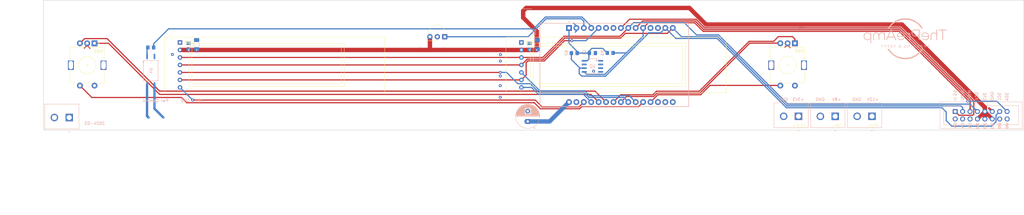
<source format=kicad_pcb>
(kicad_pcb (version 20240108) (generator "pcbnew") (generator_version "8.0")
  (layers (0 "F.Cu" signal) (31 "B.Cu" signal) (34 "B.Paste" user) (35 "F.Paste" user) (36 "B.SilkS" user "B.Silkscreen") (37 "F.SilkS" user "F.Silkscreen") (38 "B.Mask" user) (39 "F.Mask" user) (44 "Edge.Cuts" user))
  (net 0 "")
  (net 1 "GND")
  (net 2 "I2C:SCL")
  (net 3 "+3V3")
  (net 4 "SPI:MOSI")
  (net 5 "+8V")
  (net 6 "SPI:MISO")
  (net 7 "SPI:SCK")
  (net 8 "SW_1")
  (net 9 "CCW_1")
  (net 10 "CW_1")
  (net 11 "SW_2")
  (net 12 "CCW_2")
  (net 13 "CW_2")
  (net 14 "I2C:SDA")
  (net 15 "SPI:SS_DISPLAY_2")
  (net 16 "SPI:SS_DISPLAY_1")
  (net 17 "SPI:SS_MUSES")
  (net 18 "SPI:RESET_DISPLAY_2")
  (net 19 "SPI:DC")
  (net 20 "SPI:RESET_DISPLAY_1")
  (net 21 "IR RECV")
  (net 22 "Net-(U3-D2)")
  (net 30 "Net-(J2-Pad1)")
  (net 31 "Net-(J2-Pad2)")
  (net 32 "+3V3 ESP32")
  (net 33 "Net-(R1-Pad1)")
  (net 34 "+12V")
  (net 35 "+3.3V")
  (footprint "MountingHole:MountingHole_3.2mm_M3_ISO7380" (layer "F.Cu") (at 41.38 47.32 180)
    (property "Reference" " " (hide yes))
    (property "Value" " " (hide yes))
    (pad "" np_thru_hole circle (at 0 0 180) (size 3.2 3.2) (drill 3.2) (layers "F&B.Cu" "*.Mask"))
  )
  (footprint "MountingHole:MountingHole_3.2mm_M3_ISO7380" (layer "F.Cu") (at 255.39 47.32 180)
    (property "Reference" " " (hide yes))
    (property "Value" " " (hide yes))
    (pad "" np_thru_hole circle (at 0 0 180) (size 3.2 3.2) (drill 3.2) (layers "F&B.Cu" "*.Mask"))
  )
  (footprint "Rotary_Encoder:RotaryEncoder_Alps_EC11E-Switch_Vertical_H20mm" (layer "F.Cu") (at 30.89 57.1 -90)
    (property "Reference" "SW2" (at 2.73 -1.3 180) (layer "F.SilkS"))
    (property "Value" "RotaryEncoder_Switch")
    (pad "A" thru_hole rect (at 0 0 270) (size 2 2) (drill 1) (layers "*.Cu" "*.Mask") (net 12 "CCW_2"))
    (pad "B" thru_hole circle (at 0 5 270) (size 2 2) (drill 1) (layers "*.Cu" "*.Mask") (net 13 "CW_2"))
    (pad "C" thru_hole circle (at 0 2.5 270) (size 2 2) (drill 1) (layers "*.Cu" "*.Mask") (net 1 "GND"))
    (pad "MP" thru_hole rect (at 7.5 -3.1 270) (size 3.2 2) (drill oval 2.8 1.5) (layers "*.Cu" "*.Mask"))
    (pad "MP" thru_hole rect (at 7.5 8.1 270) (size 3.2 2) (drill oval 2.8 1.5) (layers "*.Cu" "*.Mask"))
    (pad "S1" thru_hole circle (at 14.5 5 270) (size 2 2) (drill 1) (layers "*.Cu" "*.Mask") (net 11 "SW_2"))
    (pad "S2" thru_hole circle (at 14.5 0 270) (size 2 2) (drill 1) (layers "*.Cu" "*.Mask") (net 1 "GND"))
  )
  (footprint "MountingHole:MountingHole_3.2mm_M3_ISO7380" (layer "F.Cu") (at 148.38 47.32 180)
    (property "Reference" " " (hide yes))
    (property "Value" " " (hide yes))
    (pad "" np_thru_hole circle (at 0 0 180) (size 3.2 3.2) (drill 3.2) (layers "F&B.Cu" "*.Mask"))
  )
  (footprint "OLED SPI 2.08:OLED SPI 2.08" (layer "F.Cu") (at 171.89 55.023336)
    (property "Reference" "J3" (hide yes))
    (property "Value" "SPI DISPLAY 1")
    (pad "1" thru_hole rect (at 5.3 1.8) (size 1.524 1.524) (drill 0.762) (layers "*.Cu" "*.Mask") (net 1 "GND"))
    (pad "2" thru_hole circle (at 5.3 4.366666) (size 1.524 1.524) (drill 0.762) (layers "*.Cu" "*.Mask") (net 3 "+3V3"))
    (pad "3" thru_hole circle (at 5.3 6.933332) (size 1.524 1.524) (drill 0.762) (layers "*.Cu" "*.Mask") (net 7 "SPI:SCK"))
    (pad "4" thru_hole circle (at 5.3 9.499998) (size 1.524 1.524) (drill 0.762) (layers "*.Cu" "*.Mask") (net 4 "SPI:MOSI"))
    (pad "5" thru_hole circle (at 5.3 12.066664) (size 1.524 1.524) (drill 0.762) (layers "*.Cu" "*.Mask") (net 20 "SPI:RESET_DISPLAY_1"))
    (pad "6" thru_hole circle (at 5.3 14.63333) (size 1.524 1.524) (drill 0.762) (layers "*.Cu" "*.Mask") (net 19 "SPI:DC"))
    (pad "7" thru_hole circle (at 5.3 17.2) (size 1.524 1.524) (drill 0.762) (layers "*.Cu" "*.Mask") (net 16 "SPI:SS_DISPLAY_1"))
  )
  (footprint "MountingHole:MountingHole_3.2mm_M3_ISO7380" (layer "F.Cu") (at 148.38 81.31 180)
    (property "Reference" " " (hide yes))
    (property "Value" " " (hide yes))
    (pad "" np_thru_hole circle (at 0 0 180) (size 3.2 3.2) (drill 3.2) (layers "F&B.Cu" "*.Mask"))
  )
  (footprint "OLED SPI 2.08:OLED SPI 2.08" (layer "F.Cu") (at 54.89 55.023336)
    (property "Reference" "J4" (hide yes))
    (property "Value" "SPI DISPLAY 2")
    (pad "1" thru_hole rect (at 5.3 1.8) (size 1.524 1.524) (drill 0.762) (layers "*.Cu" "*.Mask") (net 1 "GND"))
    (pad "2" thru_hole circle (at 5.3 4.366666) (size 1.524 1.524) (drill 0.762) (layers "*.Cu" "*.Mask") (net 3 "+3V3"))
    (pad "3" thru_hole circle (at 5.3 6.933332) (size 1.524 1.524) (drill 0.762) (layers "*.Cu" "*.Mask") (net 7 "SPI:SCK"))
    (pad "4" thru_hole circle (at 5.3 9.499998) (size 1.524 1.524) (drill 0.762) (layers "*.Cu" "*.Mask") (net 4 "SPI:MOSI"))
    (pad "5" thru_hole circle (at 5.3 12.066664) (size 1.524 1.524) (drill 0.762) (layers "*.Cu" "*.Mask") (net 18 "SPI:RESET_DISPLAY_2"))
    (pad "6" thru_hole circle (at 5.3 14.63333) (size 1.524 1.524) (drill 0.762) (layers "*.Cu" "*.Mask") (net 19 "SPI:DC"))
    (pad "7" thru_hole circle (at 5.3 17.2) (size 1.524 1.524) (drill 0.762) (layers "*.Cu" "*.Mask") (net 15 "SPI:SS_DISPLAY_2"))
  )
  (footprint "MountingHole:MountingHole_3.2mm_M3_ISO7380" (layer "F.Cu") (at 255.39 81.32 180)
    (property "Reference" " " (hide yes))
    (property "Value" " " (hide yes))
    (pad "" np_thru_hole circle (at 0 0 180) (size 3.2 3.2) (drill 3.2) (layers "*.Cu" "*.Mask"))
  )
  (footprint "Rotary_Encoder:RotaryEncoder_Alps_EC11E-Switch_Vertical_H20mm" (layer "F.Cu") (at 270.92 57.1 -90)
    (property "Reference" "SW1" (at 2.65 -1.53 180) (layer "F.SilkS"))
    (property "Value" "RotaryEncoder_Switch")
    (pad "A" thru_hole rect (at 0 0 270) (size 2 2) (drill 1) (layers "*.Cu" "*.Mask") (net 9 "CCW_1"))
    (pad "B" thru_hole circle (at 0 5 270) (size 2 2) (drill 1) (layers "*.Cu" "*.Mask") (net 10 "CW_1"))
    (pad "C" thru_hole circle (at 0 2.5 270) (size 2 2) (drill 1) (layers "*.Cu" "*.Mask") (net 1 "GND"))
    (pad "MP" thru_hole rect (at 7.5 -3.1 270) (size 3.2 2) (drill oval 2.8 1.5) (layers "*.Cu" "*.Mask"))
    (pad "MP" thru_hole rect (at 7.5 8.1 270) (size 3.2 2) (drill oval 2.8 1.5) (layers "*.Cu" "*.Mask"))
    (pad "S1" thru_hole circle (at 14.5 5 270) (size 2 2) (drill 1) (layers "*.Cu" "*.Mask") (net 8 "SW_1"))
    (pad "S2" thru_hole circle (at 14.5 0 270) (size 2 2) (drill 1) (layers "*.Cu" "*.Mask") (net 1 "GND"))
  )
  (footprint "MountingHole:MountingHole_3.2mm_M3_ISO7380" (layer "F.Cu") (at 41.39 81.32 180)
    (property "Reference" " " (hide yes))
    (property "Value" " " (hide yes))
    (pad "" np_thru_hole circle (at 0 0 180) (size 3.2 3.2) (drill 3.2) (layers "F&B.Cu" "*.Mask"))
  )
  (footprint "OptoDevice:Vishay_MOLD-3Pin" (layer "F.Cu") (at 150.92 54.86 180)
    (property "Reference" "U1" (hide yes))
    (property "Value" "TSOP34838")
    (pad "1" thru_hole roundrect (at 0 0 180) (size 1.8 1.8) (drill 0.9) (layers "*.Cu" "*.Mask") (roundrect_rratio 0.138) (net 21 "IR RECV"))
    (pad "2" thru_hole circle (at 2.54 0 180) (size 1.8 1.8) (drill 0.9) (layers "*.Cu" "*.Mask") (net 1 "GND"))
    (pad "3" thru_hole circle (at 5.08 0 180) (size 1.8 1.8) (drill 0.9) (layers "*.Cu" "*.Mask") (net 3 "+3V3"))
  )
  (footprint "APC_817B1_SL:APC-817xx-SL_AMB-M" (layer "B.Cu") (at 50.17 66.4841 -90)
    (property "Reference" "U4" (at 0 0 90) (layer "B.SilkS") (effects (justify mirror)))
    (property "Value" "APC-817B1-SL")
    (fp_text user "*" (at -2.9 2.21 90) (layer "B.SilkS") (effects (justify mirror)))
    (pad "1" smd rect (at -4.8641 1.27 270) (size 1.8288 0.5588) (layers "B.Cu" "B.Paste" "B.Mask") (net 33 "Net-(R1-Pad1)"))
    (pad "2" smd rect (at -4.8641 -1.27 270) (size 1.8288 0.5588) (layers "B.Cu" "B.Paste" "B.Mask") (net 1 "GND"))
    (pad "3" smd rect (at 4.8641 -1.27 270) (size 1.8288 0.5588) (layers "B.Cu" "B.Paste" "B.Mask") (net 30 "Net-(J2-Pad1)"))
    (pad "4" smd rect (at 4.8641 1.27 270) (size 1.8288 0.5588) (layers "B.Cu" "B.Paste" "B.Mask") (net 31 "Net-(J2-Pad2)"))
  )
  (footprint "THE_PREAMP_CONN_POWER_5_08:TBP01R2-508-02BK (VERT)" (layer "B.Cu") (at 284.73 82.14 180)
    (property "Reference" "J1" (hide yes))
    (property "Value" "8V")
    (pad "1" thru_hole rect (at 0 0 180) (size 2.55 2.55) (drill 1.7) (layers "*.Cu" "*.Mask") (net 5 "+8V"))
    (pad "2" thru_hole circle (at 5.08 0 180) (size 2.55 2.55) (drill 1.7) (layers "*.Cu" "*.Mask") (net 1 "GND"))
  )
  (footprint "Capacitor_SMD:C_1206_3216Metric_Pad1.33x1.80mm_HandSolder" (layer "B.Cu") (at 65.89 57.5425 90)
    (property "Reference" "C5" (hide yes))
    (property "Value" "22uF")
    (pad "1" smd roundrect (at -1.5625 0 90) (size 1.325 1.8) (layers "B.Cu" "B.Paste" "B.Mask") (roundrect_rratio 0.1886792453) (net 3 "+3V3"))
    (pad "2" smd roundrect (at 1.5625 0 90) (size 1.325 1.8) (layers "B.Cu" "B.Paste" "B.Mask") (roundrect_rratio 0.1886792453) (net 1 "GND"))
  )
  (footprint "Capacitor_SMD:C_0805_2012Metric_Pad1.18x1.45mm_HandSolder" (layer "B.Cu") (at 63.1 58.1425 90)
    (property "Reference" "C4" (hide yes))
    (property "Value" "100nF")
    (pad "1" smd roundrect (at -1.0375 0 90) (size 1.175 1.45) (layers "B.Cu" "B.Paste" "B.Mask") (roundrect_rratio 0.2127659574) (net 3 "+3V3"))
    (pad "2" smd roundrect (at 1.0375 0 90) (size 1.175 1.45) (layers "B.Cu" "B.Paste" "B.Mask") (roundrect_rratio 0.2127659574) (net 1 "GND"))
  )
  (footprint "Capacitor_SMD:C_0805_2012Metric_Pad1.18x1.45mm_HandSolder" (layer "B.Cu") (at 201.51 60.45)
    (property "Reference" "C1" (at -2.75 -0.08 90) (layer "B.SilkS") (effects (justify mirror)))
    (property "Value" "100nF")
    (pad "1" smd roundrect (at -1.0375 0) (size 1.175 1.45) (layers "B.Cu" "B.Paste" "B.Mask") (roundrect_rratio 0.2127659574) (net 32 "+3V3 ESP32"))
    (pad "2" smd roundrect (at 1.0375 0) (size 1.175 1.45) (layers "B.Cu" "B.Paste" "B.Mask") (roundrect_rratio 0.2127659574) (net 1 "GND"))
  )
  (footprint "Capacitor_SMD:C_1206_3216Metric_Pad1.33x1.80mm_HandSolder" (layer "B.Cu") (at 182.69 57.56 90)
    (property "Reference" "C3" (hide yes))
    (property "Value" "22uF")
    (pad "1" smd roundrect (at -1.5625 0 90) (size 1.325 1.8) (layers "B.Cu" "B.Paste" "B.Mask") (roundrect_rratio 0.1886792453) (net 3 "+3V3"))
    (pad "2" smd roundrect (at 1.5625 0 90) (size 1.325 1.8) (layers "B.Cu" "B.Paste" "B.Mask") (roundrect_rratio 0.1886792453) (net 1 "GND"))
  )
  (footprint "Resistor_SMD:R_0805_2012Metric_Pad1.20x1.40mm_HandSolder" (layer "B.Cu") (at 195.31 60.47)
    (property "Reference" "R2" (at -2.63 -0.1 -90) (layer "B.SilkS") (effects (justify mirror)))
    (property "Value" "2K2")
    (pad "1" smd roundrect (at -1 0) (size 1.2 1.4) (layers "B.Cu" "B.Paste" "B.Mask") (roundrect_rratio 0.208333) (net 2 "I2C:SCL"))
    (pad "2" smd roundrect (at 1 0) (size 1.2 1.4) (layers "B.Cu" "B.Paste" "B.Mask") (roundrect_rratio 0.208333) (net 32 "+3V3 ESP32"))
  )
  (footprint "Connector_IDC:IDC-Header_2x08_P2.54mm_Vertical" (layer "B.Cu") (at 325.86 80.49 -90)
    (property "Reference" "J5" (hide yes))
    (property "Value" "Digital Out")
    (pad "1" thru_hole roundrect (at 0 0 270) (size 1.7 1.7) (drill 1) (layers "*.Cu" "*.Mask") (roundrect_rratio 0.1470588235) (net 17 "SPI:SS_MUSES"))
    (pad "2" thru_hole circle (at 2.54 0 270) (size 1.7 1.7) (drill 1) (layers "*.Cu" "*.Mask") (net 34 "+12V"))
    (pad "3" thru_hole circle (at 0 -2.54 270) (size 1.7 1.7) (drill 1) (layers "*.Cu" "*.Mask") (net 4 "SPI:MOSI"))
    (pad "4" thru_hole circle (at 2.54 -2.54 270) (size 1.7 1.7) (drill 1) (layers "*.Cu" "*.Mask") (net 34 "+12V"))
    (pad "5" thru_hole circle (at 0 -5.08 270) (size 1.7 1.7) (drill 1) (layers "*.Cu" "*.Mask") (net 6 "SPI:MISO"))
    (pad "6" thru_hole circle (at 2.54 -5.08 270) (size 1.7 1.7) (drill 1) (layers "*.Cu" "*.Mask") (net 34 "+12V"))
    (pad "7" thru_hole circle (at 0 -7.62 270) (size 1.7 1.7) (drill 1) (layers "*.Cu" "*.Mask") (net 7 "SPI:SCK"))
    (pad "8" thru_hole circle (at 2.54 -7.62 270) (size 1.7 1.7) (drill 1) (layers "*.Cu" "*.Mask") (net 3 "+3V3"))
    (pad "9" thru_hole circle (at 0 -10.16 270) (size 1.7 1.7) (drill 1) (layers "*.Cu" "*.Mask") (net 3 "+3V3"))
    (pad "10" thru_hole circle (at 2.54 -10.16 270) (size 1.7 1.7) (drill 1) (layers "*.Cu" "*.Mask") (net 3 "+3V3"))
    (pad "11" thru_hole circle (at 0 -12.7 270) (size 1.7 1.7) (drill 1) (layers "*.Cu" "*.Mask") (net 1 "GND"))
    (pad "12" thru_hole circle (at 2.54 -12.7 270) (size 1.7 1.7) (drill 1) (layers "*.Cu" "*.Mask") (net 3 "+3V3"))
    (pad "13" thru_hole circle (at 0 -15.24 270) (size 1.7 1.7) (drill 1) (layers "*.Cu" "*.Mask") (net 2 "I2C:SCL"))
    (pad "14" thru_hole circle (at 2.54 -15.24 270) (size 1.7 1.7) (drill 1) (layers "*.Cu" "*.Mask") (net 1 "GND"))
    (pad "15" thru_hole circle (at 0 -17.78 270) (size 1.7 1.7) (drill 1) (layers "*.Cu" "*.Mask") (net 14 "I2C:SDA"))
    (pad "16" thru_hole circle (at 2.54 -17.78 270) (size 1.7 1.7) (drill 1) (layers "*.Cu" "*.Mask") (net 1 "GND"))
  )
  (footprint "The PreAmp logo:The PreAmp logo" (layer "B.Cu") (at 308.74 55.59 180)
    (property "Reference" "G***" (hide yes))
    (property "Value" "LOGO" (hide yes))
  )
  (footprint "THE_PREAMP_CONN_POWER_5_08:TBP01R2-508-02BK (VERT)" (layer "B.Cu") (at 272.15 82.1275 180)
    (property "Reference" "J6" (hide yes))
    (property "Value" "3.3V (Opt)")
    (pad "1" thru_hole rect (at 0 0 180) (size 2.55 2.55) (drill 1.7) (layers "*.Cu" "*.Mask") (net 35 "+3.3V"))
    (pad "2" thru_hole circle (at 5.08 0 180) (size 2.55 2.55) (drill 1.7) (layers "*.Cu" "*.Mask") (net 1 "GND"))
  )
  (footprint "THE_PREAMP_CONN_POWER_5_08:TBP01R2-508-02BK (VERT)" (layer "B.Cu") (at 297.33 82.1275 180)
    (property "Reference" "J8" (hide yes))
    (property "Value" "12V")
    (pad "1" thru_hole rect (at 0 0 180) (size 2.55 2.55) (drill 1.7) (layers "*.Cu" "*.Mask") (net 34 "+12V"))
    (pad "2" thru_hole circle (at 5.08 0 180) (size 2.55 2.55) (drill 1.7) (layers "*.Cu" "*.Mask") (net 1 "GND"))
  )
  (footprint "Capacitor_THT:CP_Radial_D8.0mm_P3.50mm" (layer "B.Cu") (at 179.357349 83.882651 90)
    (property "Reference" "C6" (hide yes))
    (property "Value" "100uF")
    (pad "1" thru_hole rect (at 0 0 90) (size 1.6 1.6) (drill 0.8) (layers "*.Cu" "*.Mask") (net 5 "+8V"))
    (pad "2" thru_hole circle (at 3.5 0 90) (size 1.6 1.6) (drill 0.8) (layers "*.Cu" "*.Mask") (net 1 "GND"))
  )
  (footprint "Resistor_SMD:R_0805_2012Metric_Pad1.20x1.40mm_HandSolder" (layer "B.Cu") (at 207.62 60.41 180)
    (property "Reference" "R3" (at 2.62 0.06 90) (layer "B.SilkS") (effects (justify mirror)))
    (property "Value" "2K2")
    (pad "1" smd roundrect (at -1 0 180) (size 1.2 1.4) (layers "B.Cu" "B.Paste" "B.Mask") (roundrect_rratio 0.208333) (net 14 "I2C:SDA"))
    (pad "2" smd roundrect (at 1 0 180) (size 1.2 1.4) (layers "B.Cu" "B.Paste" "B.Mask") (roundrect_rratio 0.208333) (net 32 "+3V3 ESP32"))
  )
  (footprint "Capacitor_SMD:C_0805_2012Metric_Pad1.18x1.45mm_HandSolder" (layer "B.Cu") (at 179.97 58.16 90)
    (property "Reference" "C2" (hide yes))
    (property "Value" "100nF")
    (pad "1" smd roundrect (at -1.0375 0 90) (size 1.175 1.45) (layers "B.Cu" "B.Paste" "B.Mask") (roundrect_rratio 0.2127659574) (net 3 "+3V3"))
    (pad "2" smd roundrect (at 1.0375 0 90) (size 1.175 1.45) (layers "B.Cu" "B.Paste" "B.Mask") (roundrect_rratio 0.2127659574) (net 1 "GND"))
  )
  (footprint "footprints:SOIC8_ONS-M" (layer "B.Cu") (at 201.53 64.99 180)
    (property "Reference" "U2" (at 0 0 0) (layer "B.SilkS") (effects (justify mirror)))
    (property "Value" "CAT24C64WI-GT3")
    (fp_text user "*" (at -1.4 1.7 0) (layer "B.SilkS") (effects (justify mirror)))
    (fp_text user "*" (at -1.4 1.7 0) (layer "B.SilkS") (effects (justify mirror)))
    (pad "1" smd rect (at -2.8067 1.905 180) (size 1.7018 0.5588) (layers "B.Cu" "B.Paste" "B.Mask") (net 1 "GND"))
    (pad "2" smd rect (at -2.8067 0.635 180) (size 1.7018 0.5588) (layers "B.Cu" "B.Paste" "B.Mask") (net 1 "GND"))
    (pad "3" smd rect (at -2.8067 -0.635 180) (size 1.7018 0.5588) (layers "B.Cu" "B.Paste" "B.Mask") (net 1 "GND"))
    (pad "4" smd rect (at -2.8067 -1.905 180) (size 1.7018 0.5588) (layers "B.Cu" "B.Paste" "B.Mask") (net 1 "GND"))
    (pad "5" smd rect (at 2.8067 -1.905 180) (size 1.7018 0.5588) (layers "B.Cu" "B.Paste" "B.Mask") (net 14 "I2C:SDA"))
    (pad "6" smd rect (at 2.8067 -0.635 180) (size 1.7018 0.5588) (layers "B.Cu" "B.Paste" "B.Mask") (net 2 "I2C:SCL"))
    (pad "7" smd rect (at 2.8067 0.635 180) (size 1.7018 0.5588) (layers "B.Cu" "B.Paste" "B.Mask") (net 1 "GND"))
    (pad "8" smd rect (at 2.8067 1.905 180) (size 1.7018 0.5588) (layers "B.Cu" "B.Paste" "B.Mask") (net 32 "+3V3 ESP32"))
  )
  (footprint "ESP32FP:MODULE_ESP32_DEVKIT_V1" (layer "B.Cu") (at 209.015 64.55 -90)
    (property "Reference" "U3" (at -11.355 27.36 -90) (layer "B.SilkS") (effects (justify mirror)))
    (property "Value" "ESP32-DEVKIT-V1")
    (pad "" np_thru_hole circle (at -12.28 -23.475 270) (size 3 3) (drill 3) (layers "*.Cu" "*.Mask"))
    (pad "" np_thru_hole circle (at -12.28 23.475 270) (size 3 3) (drill 3) (layers "*.Cu" "*.Mask"))
    (pad "" np_thru_hole circle (at 12.23 -23.475 270) (size 3 3) (drill 3) (layers "*.Cu" "*.Mask"))
    (pad "" np_thru_hole circle (at 12.23 23.475 270) (size 3 3) (drill 3) (layers "*.Cu" "*.Mask"))
    (pad "1" thru_hole rect (at -12.7 15.515 270) (size 2 2) (drill 1.02) (layers "*.Cu" "*.Mask") (net 32 "+3V3 ESP32"))
    (pad "2" thru_hole circle (at -12.7 12.975 270) (size 2 2) (drill 1.02) (layers "*.Cu" "*.Mask") (net 1 "GND"))
    (pad "3" thru_hole circle (at -12.7 10.435 270) (size 2 2) (drill 1.02) (layers "*.Cu" "*.Mask") (net 21 "IR RECV"))
    (pad "4" thru_hole circle (at -12.7 7.895 270) (size 2 2) (drill 1.02) (layers "*.Cu" "*.Mask") (net 22 "Net-(U3-D2)"))
    (pad "5" thru_hole circle (at -12.7 5.355 270) (size 2 2) (drill 1.02) (layers "*.Cu" "*.Mask") (net 19 "SPI:DC"))
    (pad "6" thru_hole circle (at -12.7 2.815 270) (size 2 2) (drill 1.02) (layers "*.Cu" "*.Mask"))
    (pad "7" thru_hole circle (at -12.7 0.275 270) (size 2 2) (drill 1.02) (layers "*.Cu" "*.Mask"))
    (pad "8" thru_hole circle (at -12.7 -2.265 270) (size 2 2) (drill 1.02) (layers "*.Cu" "*.Mask") (net 17 "SPI:SS_MUSES"))
    (pad "9" thru_hole circle (at -12.7 -4.805 270) (size 2 2) (drill 1.02) (layers "*.Cu" "*.Mask") (net 7 "SPI:SCK"))
    (pad "10" thru_hole circle (at -12.7 -7.345 270) (size 2 2) (drill 1.02) (layers "*.Cu" "*.Mask") (net 6 "SPI:MISO"))
    (pad "11" thru_hole circle (at -12.7 -9.885 270) (size 2 2) (drill 1.02) (layers "*.Cu" "*.Mask") (net 14 "I2C:SDA"))
    (pad "12" thru_hole circle (at -12.7 -12.425 270) (size 2 2) (drill 1.02) (layers "*.Cu" "*.Mask"))
    (pad "13" thru_hole circle (at -12.7 -14.965 270) (size 2 2) (drill 1.02) (layers "*.Cu" "*.Mask"))
    (pad "14" thru_hole circle (at -12.7 -17.505 270) (size 2 2) (drill 1.02) (layers "*.Cu" "*.Mask") (net 2 "I2C:SCL"))
    (pad "15" thru_hole circle (at -12.7 -20.045 270) (size 2 2) (drill 1.02) (layers "*.Cu" "*.Mask") (net 4 "SPI:MOSI"))
    (pad "16" thru_hole circle (at 12.7 -20.045 270) (size 2 2) (drill 1.02) (layers "*.Cu" "*.Mask"))
    (pad "17" thru_hole circle (at 12.7 -17.505 270) (size 2 2) (drill 1.02) (layers "*.Cu" "*.Mask"))
    (pad "18" thru_hole circle (at 12.7 -14.965 270) (size 2 2) (drill 1.02) (layers "*.Cu" "*.Mask"))
    (pad "19" thru_hole circle (at 12.7 -12.425 270) (size 2 2) (drill 1.02) (layers "*.Cu" "*.Mask") (net 8 "SW_1"))
    (pad "20" thru_hole circle (at 12.7 -9.885 270) (size 2 2) (drill 1.02) (layers "*.Cu" "*.Mask") (net 11 "SW_2"))
    (pad "21" thru_hole circle (at 12.7 -7.345 270) (size 2 2) (drill 1.02) (layers "*.Cu" "*.Mask") (net 20 "SPI:RESET_DISPLAY_1"))
    (pad "22" thru_hole circle (at 12.7 -4.805 270) (size 2 2) (drill 1.02) (layers "*.Cu" "*.Mask") (net 18 "SPI:RESET_DISPLAY_2"))
    (pad "23" thru_hole circle (at 12.7 -2.265 270) (size 2 2) (drill 1.02) (layers "*.Cu" "*.Mask") (net 10 "CW_1"))
    (pad "24" thru_hole circle (at 12.7 0.275 270) (size 2 2) (drill 1.02) (layers "*.Cu" "*.Mask") (net 9 "CCW_1"))
    (pad "25" thru_hole circle (at 12.7 2.815 270) (size 2 2) (drill 1.02) (layers "*.Cu" "*.Mask") (net 13 "CW_2"))
    (pad "26" thru_hole circle (at 12.7 5.355 270) (size 2 2) (drill 1.02) (layers "*.Cu" "*.Mask") (net 12 "CCW_2"))
    (pad "27" thru_hole circle (at 12.7 7.895 270) (size 2 2) (drill 1.02) (layers "*.Cu" "*.Mask") (net 16 "SPI:SS_DISPLAY_1"))
    (pad "28" thru_hole circle (at 12.7 10.435 270) (size 2 2) (drill 1.02) (layers "*.Cu" "*.Mask") (net 15 "SPI:SS_DISPLAY_2"))
    (pad "29" thru_hole circle (at 12.7 12.975 270) (size 2 2) (drill 1.02) (layers "*.Cu" "*.Mask") (net 1 "GND"))
    (pad "30" thru_hole circle (at 12.7 15.515 270) (size 2 2) (drill 1.02) (layers "*.Cu" "*.Mask") (net 5 "+8V"))
  )
  (footprint "THE_PREAMP_CONN_POWER_5_08:TBP01R2-508-02BK (VERT)" (layer "B.Cu") (at 22.23 82.54 180)
    (property "Reference" "J2" (hide yes))
    (property "Value" "Power relay trigger")
    (pad "1" thru_hole rect (at 0 0 180) (size 2.55 2.55) (drill 1.7) (layers "*.Cu" "*.Mask") (net 30 "Net-(J2-Pad1)"))
    (pad "2" thru_hole circle (at 5.08 0 180) (size 2.55 2.55) (drill 1.7) (layers "*.Cu" "*.Mask") (net 31 "Net-(J2-Pad2)"))
  )
  (footprint "Resistor_SMD:R_0805_2012Metric_Pad1.20x1.40mm_HandSolder" (layer "B.Cu") (at 50.17 58.54)
    (property "Reference" "R1" (hide yes))
    (property "Value" "330R")
    (pad "1" smd roundrect (at -1 0) (size 1.2 1.4) (layers "B.Cu" "B.Paste" "B.Mask") (roundrect_rratio 0.2083333333) (net 33 "Net-(R1-Pad1)"))
    (pad "2" smd roundrect (at 1 0) (size 1.2 1.4) (layers "B.Cu" "B.Paste" "B.Mask") (roundrect_rratio 0.2083333333) (net 22 "Net-(U3-D2)"))
  )
  (gr_line (start 180.72 45.29) (end 177.79 45.29) (stroke (width 0.15)) (layer "B.SilkS"))
  (gr_rect (start 13.43 42.34) (end 349.38 86.84) (stroke (width 0.15)) (fill none) (layer "Edge.Cuts"))
  (gr_text "SCK" (at 333.8922 73.697143 90) (layer "B.SilkS") (effects (font (size 1 1)) (justify left bottom mirror)))
  (gr_text "GND" (at 341.51 84.19 90) (layer "B.SilkS") (effects (font (size 0.8 0.7)) (justify left bottom mirror)))
  (gr_text "GND" (at 339.1176 73.591905 90) (layer "B.SilkS") (effects (font (size 1 1)) (justify left bottom mirror)))
  (gr_text "GND" (at 344.08 84.19 90) (layer "B.SilkS") (effects (font (size 0.8 0.7)) (justify left bottom mirror)))
  (gr_text "Pwr Control" (at 56.37 77.32 0) (layer "B.SilkS") (effects (font (size 1 1)) (justify left bottom mirror)))
  (gr_text "+3V3" (at 274.24 76.94 0) (layer "B.SilkS") (effects (font (size 1 1)) (justify left bottom mirror)))
  (gr_text "GND" (at 268.63 76.94 0) (layer "B.SilkS") (effects (font (size 1 1)) (justify left bottom mirror)))
  (gr_text "GND" (at 293.73 76.94 0) (layer "B.SilkS") (effects (font (size 1 1)) (justify left bottom mirror)))
  (gr_text "3V3" (at 336.61 73.84 90) (layer "B.SilkS") (effects (font (size 1 1)) (justify left bottom mirror)))
  (gr_text "MISO" (at 331.3268 73.030477 90) (layer "B.SilkS") (effects (font (size 1 1)) (justify left bottom mirror)))
  (gr_text "SS" (at 326.46 73.05 90) (layer "B.SilkS") (effects (font (size 1 1)) (justify left bottom mirror)))
  (gr_text "+8V" (at 286.83 76.94 0) (layer "B.SilkS") (effects (font (size 1 1)) (justify left bottom mirror)))
  (gr_text "SDA" (at 344.17 73.91 90) (layer "B.SilkS") (effects (font (size 1 1)) (justify left bottom mirror)))
  (gr_text "+8V" (at 68.73 77.35 0) (layer "B.SilkS") (effects (font (size 1 1)) (justify left bottom mirror)))
  (gr_text "MOSI" (at 328.99 73.030477 90) (layer "B.SilkS") (effects (font (size 1 1)) (justify left bottom mirror)))
  (gr_text "SCL" (at 341.6068 73.877619 90) (layer "B.SilkS") (effects (font (size 1 1)) (justify left bottom mirror)))
  (gr_text "2024-03 " (at 34.53 85.12 0) (layer "B.SilkS") (effects (font (size 1 1)) (justify left bottom mirror)))
  (gr_text "+12V" (at 299.73 76.94 0) (layer "B.SilkS") (effects (font (size 1 1)) (justify left bottom mirror)))
  (gr_text "12V" (at 328.8 84.19 90) (layer "B.SilkS") (effects (font (size 0.8 0.7)) (justify left bottom mirror)))
  (gr_text "3V3" (at 334.03 84.19 90) (layer "B.SilkS") (effects (font (size 0.8 0.8)) (justify left bottom mirror)))
  (gr_text "12V" (at 331.41 84.19 90) (layer "B.SilkS") (effects (font (size 0.8 0.7)) (justify left bottom mirror)))
  (gr_text "12V" (at 326.29 84.19 90) (layer "B.SilkS") (effects (font (size 0.8 0.7)) (justify left bottom mirror)))
  (gr_text "GND" (at 281.22 76.94 0) (layer "B.SilkS") (effects (font (size 1 1)) (justify left bottom mirror)))
  (gr_text "3V3" (at 339.14 84.21 90) (layer "B.SilkS") (effects (font (size 0.8 0.8)) (justify left bottom mirror)))
  (gr_text "3V3" (at 336.55 84.21 90) (layer "B.SilkS") (effects (font (size 0.8 0.8)) (justify left bottom mirror)))
  (gr_text "GND" (at 63.6 77.35 0) (layer "B.SilkS") (effects (font (size 1 1)) (justify left bottom mirror)))
  (gr_text "+3.3V" (at 270.09 85.8375 0) (layer "F.SilkS") (effects (font (size 1 1) (thickness 0.1)) (justify left bottom)))
  (gr_text "+12V" (at 295.59 85.8375 0) (layer "F.SilkS") (effects (font (size 1 1) (thickness 0.1)) (justify left bottom)))
  (gr_text "GND" (at 61.66 57.4 -0) (layer "F.SilkS") (effects (font (size 1 1)) (justify left bottom)))
  (gr_text "+8V" (at 283.59 85.8375 0) (layer "F.SilkS") (effects (font (size 1 1) (thickness 0.1)) (justify left bottom)))
  (gr_text "GND" (at 178.44 57.4 -0) (layer "F.SilkS") (effects (font (size 1 1)) (justify left bottom)))
  (segment (start 268.42 57.73) (end 269.31 58.62) (width 0.4) (layer "F.Cu") (net 1))
  (segment (start 268.42 57.04) (end 268.42 57.75) (width 0.4) (layer "F.Cu") (net 1))
  (segment (start 268.42 57.04) (end 268.42 57.54) (width 0.4) (layer "F.Cu") (net 1))
  (segment (start 268.42 57.73) (end 268.42 57.04) (width 0.4) (layer "F.Cu") (net 1))
  (segment (start 28.39 57.89) (end 28.39 57.1) (width 0.4) (layer "F.Cu") (net 1))
  (segment (start 28.39 57.78) (end 27.4 58.77) (width 0.4) (layer "F.Cu") (net 1))
  (segment (start 338.57 80.49) (end 337.49 79.41) (width 0.8) (layer "F.Cu") (net 1))
  (segment (start 28.39 57.89) (end 29.32 58.82) (width 0.4) (layer "F.Cu") (net 1))
  (segment (start 268.42 57.54) (end 267.46 58.5) (width 0.4) (layer "F.Cu") (net 1))
  (segment (start 28.39 57.1) (end 28.39 57.78) (width 0.4) (layer "F.Cu") (net 1))
  (via (at 169.96 68.3) (size 1) (drill 0.4) (layers "F.Cu" "B.Cu") (net 1))
  (via (at 169.95 75.61) (size 1) (drill 0.4) (layers "F.Cu" "B.Cu") (net 1))
  (via (at 169.99 60.99) (size 1) (drill 0.4) (layers "F.Cu" "B.Cu") (net 1))
  (via (at 201.94 66.65) (size 1) (drill 0.4) (layers "F.Cu" "B.Cu") (net 1))
  (via (at 169.94 71.62) (size 1) (drill 0.4) (layers "F.Cu" "B.Cu") (net 1))
  (via (at 57.6 60.93) (size 1) (drill 0.4) (layers "F.Cu" "B.Cu") (net 1))
  (via (at 169.98 63.2) (size 1) (drill 0.4) (layers "F.Cu" "B.Cu") (net 1))
  (segment (start 196.04 52.92) (end 195.655 53.305) (width 0.4) (layer "B.Cu") (net 1))
  (segment (start 196.04 51.85) (end 196.04 52.92) (width 0.4) (layer "B.Cu") (net 1))
  (segment (start 196.04 51.85) (end 196.04 51.18) (width 0.4) (layer "B.Cu") (net 1))
  (segment (start 196.04 51.18) (end 195.06 50.2) (width 0.4) (layer "B.Cu") (net 1))
  (segment (start 196.04 51.85) (end 196.04 52.5) (width 0.4) (layer "B.Cu") (net 1))
  (segment (start 197.275 65.625) (end 194.31 62.66) (width 0.4) (layer "B.Cu") (net 2))
  (segment (start 338.31 85.5) (end 324.68 85.5) (width 0.4) (layer "B.Cu") (net 2))
  (segment (start 197 67.48) (end 197.865 68.345) (width 0.4) (layer "B.Cu") (net 2))
  (segment (start 341.11 80.49) (end 339.84 81.76) (width 0.4) (layer "B.Cu") (net 2))
  (segment (start 224.87 53.5) (end 226.52 51.85) (width 0.4) (layer "B.Cu") (net 2))
  (segment (start 197 65.9) (end 197 67.48) (width 0.4) (layer "B.Cu") (net 2))
  (segment (start 339.84 83.97) (end 338.31 85.5) (width 0.4) (layer "B.Cu") (net 2))
  (segment (start 324.68 85.5) (end 322.78 83.6) (width 0.4) (layer "B.Cu") (net 2))
  (segment (start 197.865 68.345) (end 206.043528 68.345) (width 0.4) (layer "B.Cu") (net 2))
  (segment (start 197.275 65.625) (end 198.8249 65.625) (width 0.4) (layer "B.Cu") (net 2))
  (segment (start 267.985 79.165) (end 244.26 55.44) (width 0.4) (layer "B.Cu") (net 2))
  (segment (start 197.275 65.625) (end 197 65.9) (width 0.4) (layer "B.Cu") (net 2))
  (segment (start 206.043528 68.345) (end 220.888528 53.5) (width 0.4) (layer "B.Cu") (net 2))
  (segment (start 230.11 55.44) (end 226.52 51.85) (width 0.4) (layer "B.Cu") (net 2))
  (segment (start 194.31 62.66) (end 194.31 60.47) (width 0.4) (layer "B.Cu") (net 2))
  (segment (start 220.888528 53.5) (end 224.87 53.5) (width 0.4) (layer "B.Cu") (net 2))
  (segment (start 321.28 79.165) (end 267.985 79.165) (width 0.4) (layer "B.Cu") (net 2))
  (segment (start 322.78 83.6) (end 322.78 80.665) (width 0.4) (layer "B.Cu") (net 2))
  (segment (start 322.78 80.665) (end 321.28 79.165) (width 0.4) (layer "B.Cu") (net 2))
  (segment (start 244.26 55.44) (end 230.11 55.44) (width 0.4) (layer "B.Cu") (net 2))
  (segment (start 197.03 65.87) (end 197.275 65.625) (width 0.4) (layer "B.Cu") (net 2))
  (segment (start 339.84 81.76) (end 339.84 83.97) (width 0.4) (layer "B.Cu") (net 2))
  (segment (start 182.445 52.958516) (end 177.79 48.303516) (width 1.5) (layer "F.Cu") (net 3))
  (segment (start 142.619998 59.390002) (end 66.030002 59.390002) (width 1.5) (layer "F.Cu") (net 3))
  (segment (start 336.03 80.49) (end 333.49 83.03) (width 1.3) (layer "F.Cu") (net 3))
  (segment (start 234.773334 44.99) (end 240.453334 50.67) (width 1.5) (layer "F.Cu") (net 3))
  (segment (start 181.670002 59.390002) (end 177.19 59.390002) (width 1.5) (layer "F.Cu") (net 3))
  (segment (start 181.68 59.4) (end 181.670002 59.390002) (width 1.5) (layer "F.Cu") (net 3))
  (segment (start 307.63193 50.67) (end 336.03 79.06807) (width 1.5) (layer "F.Cu") (net 3))
  (segment (start 338.57 83.03) (end 336.03 80.49) (width 1.3) (layer "F.Cu") (net 3))
  (segment (start 145.84 54.86) (end 145.84 59.320002) (width 1.5) (layer "F.Cu") (net 3))
  (segment (start 163.7 59.390002) (end 150.79 59.390002) (width 1.5) (layer "F.Cu") (net 3))
  (segment (start 62.879998 59.390002) (end 60.19 59.390002) (width 1.5) (layer "F.Cu") (net 3))
  (segment (start 66.030002 59.390002) (end 65.88 59.24) (width 1.5) (layer "F.Cu") (net 3))
  (segment (start 145.91 59.390002) (end 150.79 59.390002) (width 1.5) (layer "F.Cu") (net 3))
  (segment (start 182.445 59.4) (end 182.445 52.958516) (width 1.5) (layer "F.Cu") (net 3))
  (segment (start 63.09 59.18) (end 62.879998 59.390002) (width 1.5) (layer "F.Cu") (net 3))
  (segment (start 177.79 46.02) (end 178.82 44.99) (width 1.5) (layer "F.Cu") (net 3))
  (segment (start 60.042502 59.5375) (end 60.19 59.390002) (width 0.4) (layer "F.Cu") (net 3))
  (segment (start 60.542498 59.7425) (end 60.19 59.390002) (width 0.4) (layer "F.Cu") (net 3))
  (segment (start 63.300002 59.390002) (end 63.09 59.18) (width 1.5) (layer "F.Cu") (net 3))
  (segment (start 336.03 79.06807) (end 336.03 80.49) (width 1.5) (layer "F.Cu") (net 3))
  (segment (start 178.82 44.99) (end 234.773334 44.99) (width 1.5) (layer "F.Cu") (net 3))
  (segment (start 240.453334 50.67) (end 273.93193 50.67) (width 1.5) (layer "F.Cu") (net 3))
  (segment (start 273.93193 50.67) (end 307.63193 50.67) (width 1.5) (layer "F.Cu") (net 3))
  (segment (start 65.88 59.24) (end 65.729998 59.390002) (width 1.5) (layer "F.Cu") (net 3))
  (segment (start 177.79 47.35) (end 177.79 46.02) (width 1.5) (layer "F.Cu") (net 3))
  (segment (start 336.03 83.03) (end 336.03 80.49) (width 1.5) (layer "F.Cu") (net 3))
  (segment (start 182.445 59.4) (end 181.68 59.4) (width 1.5) (layer "F.Cu") (net 3))
  (segment (start 65.729998 59.390002) (end 63.300002 59.390002) (width 1.5) (layer "F.Cu") (net 3))
  (segment (start 177.79 47.35) (end 177.79 48.303516) (width 1.5) (layer "F.Cu") (net 3))
  (segment (start 142.619998 59.390002) (end 145.91 59.390002) (width 1.5) (layer "F.Cu") (net 3))
  (segment (start 177.19 59.390002) (end 163.7 59.390002) (width 1.5) (layer "F.Cu") (net 3))
  (via (at 182.445 59.4) (size 1) (drill 0.4) (layers "F.Cu" "B.Cu") (net 3))
  (via (at 63.12 59.42) (size 1) (drill 0.4) (layers "F.Cu" "B.Cu") (net 3))
  (via (at 179.95 59.390002) (size 1) (drill 0.4) (layers "F.Cu" "B.Cu") (net 3))
  (via (at 65.91 59.43) (size 1) (drill 0.4) (layers "F.Cu" "B.Cu") (net 3))
  (segment (start 212.818528 53.7) (end 227.21 53.7) (width 0.4) (layer "F.Cu") (net 4))
  (segment (start 184.77323 62.556668) (end 192.029898 55.3) (width 0.4) (layer "F.Cu") (net 4))
  (segment (start 177.19 64.523334) (end 179.156666 62.556668) (width 0.4) (layer "F.Cu") (net 4))
  (segment (start 227.21 53.7) (end 229.06 51.85) (width 0.4) (layer "F.Cu") (net 4))
  (segment (start 177.19 64.523334) (end 60.19 64.523334) (width 0.4) (layer "F.Cu") (net 4))
  (segment (start 179.156666 62.556668) (end 184.77323 62.556668) (width 0.4) (layer "F.Cu") (net 4))
  (segment (start 211.218528 55.3) (end 212.818528 53.7) (width 0.4) (layer "F.Cu") (net 4))
  (segment (start 192.029898 55.3) (end 211.218528 55.3) (width 0.4) (layer "F.Cu") (net 4))
  (segment (start 244.508528 54.84) (end 268.213528 78.545) (width 0.4) (layer "B.Cu") (net 4))
  (segment (start 328.41 79.165) (end 328.41 80.49) (width 0.4) (layer "B.Cu") (net 4))
  (segment (start 328.41 80.49) (end 328.383679 80.49) (width 0.4) (layer "B.Cu") (net 4))
  (segment (start 268.213528 78.545) (end 327.79 78.545) (width 0.4) (layer "B.Cu") (net 4))
  (segment (start 232.05 54.84) (end 244.508528 54.84) (width 0.4) (layer "B.Cu") (net 4))
  (segment (start 327.79 78.545) (end 328.41 79.165) (width 0.4) (layer "B.Cu") (net 4))
  (segment (start 229.06 51.85) (end 232.05 54.84) (width 0.4) (layer "B.Cu") (net 4))
  (segment (start 186.867349 83.882651) (end 179.357349 83.882651) (width 1.5) (layer "B.Cu") (net 5))
  (segment (start 193.5 77.25) (end 186.867349 83.882651) (width 1.5) (layer "B.Cu") (net 5))
  (segment (start 179.357349 83.882651) (end 178.977349 83.882651) (width 1.5) (layer "B.Cu") (net 5))
  (segment (start 178.977349 83.882651) (end 178.95 83.91) (width 1.5) (layer "B.Cu") (net 5))
  (segment (start 330.94 76.452944) (end 330.94 80.49) (width 0.4) (layer "F.Cu") (net 6))
  (segment (start 218.749966 49.460034) (end 236.768494 49.460034) (width 0.4) (layer "F.Cu") (net 6))
  (segment (start 239.72846 52.42) (end 306.907056 52.42) (width 0.4) (layer "F.Cu") (net 6))
  (segment (start 306.907056 52.42) (end 330.94 76.452944) (width 0.4) (layer "F.Cu") (net 6))
  (segment (start 330.95 76.462944) (end 330.95 80.49) (width 0.4) (layer "F.Cu") (net 6))
  (segment (start 330.853528 76.366472) (end 330.95 76.462944) (width 0.4) (layer "F.Cu") (net 6))
  (segment (start 216.36 51.85) (end 218.749966 49.460034) (width 0.4) (layer "F.Cu") (net 6))
  (segment (start 328.968528 74.481472) (end 330.95 76.462944) (width 0.4) (layer "F.Cu") (net 6))
  (segment (start 236.768494 49.460034) (end 239.72846 52.42) (width 0.4) (layer "F.Cu") (net 6))
  (segment (start 177.19 61.956668) (end 60.19 61.956668) (width 0.4) (layer "F.Cu") (net 7))
  (segment (start 184.524702 61.956668) (end 191.78137 54.7) (width 0.4) (layer "F.Cu") (net 7))
  (segment (start 213.82 51.85) (end 210.97 54.7) (width 0.4) (layer "F.Cu") (net 7))
  (segment (start 210.97 54.7) (end 191.78137 54.7) (width 0.4) (layer "F.Cu") (net 7))
  (segment (start 177.19 61.956668) (end 184.524702 61.956668) (width 0.4) (layer "F.Cu") (net 7))
  (segment (start 237.217716 54.24) (end 244.757056 54.24) (width 0.4) (layer "B.Cu") (net 7))
  (segment (start 330.965 77.965) (end 333.49 80.49) (width 0.4) (layer "B.Cu") (net 7))
  (segment (start 268.462056 77.945) (end 330.935 77.945) (width 0.4) (layer "B.Cu") (net 7))
  (segment (start 215.65 50.02) (end 232.997716 50.02) (width 0.4) (layer "B.Cu") (net 7))
  (segment (start 213.82 51.85) (end 215.65 50.02) (width 0.4) (layer "B.Cu") (net 7))
  (segment (start 232.997716 50.02) (end 237.217716 54.24) (width 0.4) (layer "B.Cu") (net 7))
  (segment (start 330.935 77.945) (end 333.48 80.49) (width 0.4) (layer "B.Cu") (net 7))
  (segment (start 244.757056 54.24) (end 268.462056 77.945) (width 0.4) (layer "B.Cu") (net 7))
  (segment (start 238.628528 74.73) (end 241.818528 71.54) (width 0.4) (layer "F.Cu") (net 8))
  (segment (start 241.818528 71.54) (end 265.92 71.54) (width 0.4) (layer "F.Cu") (net 8))
  (segment (start 223.96 74.73) (end 238.628528 74.73) (width 0.4) (layer "F.Cu") (net 8))
  (segment (start 221.44 77.25) (end 223.96 74.73) (width 0.4) (layer "F.Cu") (net 8))
  (segment (start 238.131472 73.53) (end 255.231472 56.43) (width 0.4) (layer "F.Cu") (net 9))
  (segment (start 255.231472 56.43) (end 263.64 56.43) (width 0.4) (layer "F.Cu") (net 9))
  (segment (start 265.255 54.815) (end 270.095 54.815) (width 0.4) (layer "F.Cu") (net 9))
  (segment (start 208.74 77.25) (end 211.245 74.745) (width 0.4) (layer "F.Cu") (net 9))
  (segment (start 223.462944 73.53) (end 238.131472 73.53) (width 0.4) (layer "F.Cu") (net 9))
  (segment (start 222.247944 74.745) (end 223.462944 73.53) (width 0.4) (layer "F.Cu") (net 9))
  (segment (start 270.92 55.64) (end 270.92 57.04) (width 0.4) (layer "F.Cu") (net 9))
  (segment (start 211.245 74.745) (end 222.247944 74.745) (width 0.4) (layer "F.Cu") (net 9))
  (segment (start 270.095 54.815) (end 270.92 55.64) (width 0.4) (layer "F.Cu") (net 9))
  (segment (start 263.64 56.43) (end 265.255 54.815) (width 0.4) (layer "F.Cu") (net 9))
  (segment (start 213.185 75.345) (end 222.496472 75.345) (width 0.4) (layer "F.Cu") (net 10))
  (segment (start 211.28 77.25) (end 213.185 75.345) (width 0.4) (layer "F.Cu") (net 10))
  (segment (start 222.496472 75.345) (end 223.711472 74.13) (width 0.4) (layer "F.Cu") (net 10))
  (segment (start 223.711472 74.13) (end 238.38 74.13) (width 0.4) (layer "F.Cu") (net 10))
  (segment (start 255.47 57.04) (end 265.92 57.04) (width 0.4) (layer "F.Cu") (net 10))
  (segment (start 238.38 74.13) (end 255.47 57.04) (width 0.4) (layer "F.Cu") (net 10))
  (segment (start 218.9 77.25) (end 217.34 78.81) (width 0.4) (layer "F.Cu") (net 11))
  (segment (start 217.33 78.8) (end 197.878528 78.8) (width 0.4) (layer "F.Cu") (net 11))
  (segment (start 183.66 79.53) (end 181.6 77.47) (width 0.4) (layer "F.Cu") (net 11))
  (segment (start 62.53 77.47) (end 60.73 75.67) (width 0.4) (layer "F.Cu") (net 11))
  (segment (start 197.878528 78.8) (end 197.148528 79.53) (width 0.4) (layer "F.Cu") (net 11))
  (segment (start 197.148528 79.53) (end 183.66 79.53) (width 0.4) (layer "F.Cu") (net 11))
  (segment (start 29.96 75.67) (end 25.89 71.6) (width 0.4) (layer "F.Cu") (net 11))
  (segment (start 217.34 78.81) (end 217.33 78.8) (width 0.4) (layer "F.Cu") (net 11))
  (segment (start 181.6 77.47) (end 62.53 77.47) (width 0.4) (layer "F.Cu") (net 11))
  (segment (start 60.73 75.67) (end 29.96 75.67) (width 0.4) (layer "F.Cu") (net 11))
  (segment (start 35.68863 57.1) (end 53.22363 74.635) (width 0.4) (layer "F.Cu") (net 12))
  (segment (start 30.89 57.1) (end 35.68863 57.1) (width 0.4) (layer "F.Cu") (net 12))
  (segment (start 53.22363 74.635) (end 201.045 74.635) (width 0.4) (layer "F.Cu") (net 12))
  (segment (start 201.045 74.635) (end 203.66 77.25) (width 0.4) (layer "F.Cu") (net 12))
  (segment (start 35.21 55.49) (end 27.5 55.49) (width 0.4) (layer "F.Cu") (net 13))
  (segment (start 206.2 77.25) (end 202.435336 73.485336) (width 0.4) (layer "F.Cu") (net 13))
  (segment (start 202.435336 73.485336) (end 53.205336 73.485336) (width 0.4) (layer "F.Cu") (net 13))
  (segment (start 53.205336 73.485336) (end 35.21 55.49) (width 0.4) (layer "F.Cu") (net 13))
  (segment (start 27.5 55.49) (end 25.89 57.1) (width 0.4) (layer "F.Cu") (net 13))
  (segment (start 220.689966 50.060034) (end 236.519966 50.060034) (width 0.4) (layer "F.Cu") (net 14))
  (segment (start 239.479932 53.02) (end 306.658528 53.02) (width 0.4) (layer "F.Cu") (net 14))
  (segment (start 218.9 51.85) (end 220.689966 50.060034) (width 0.4) (layer "F.Cu") (net 14))
  (segment (start 236.519966 50.060034) (end 239.479932 53.02) (width 0.4) (layer "F.Cu") (net 14))
  (segment (start 330.15 76.511472) (end 330.15 76.98) (width 0.4) (layer "F.Cu") (net 14))
  (segment (start 306.658528 53.02) (end 330.15 76.511472) (width 0.4) (layer "F.Cu") (net 14))
  (via (at 330.15 76.98) (size 1) (drill 0.4) (layers "F.Cu" "B.Cu") (net 14))
  (segment (start 213.07 60.41) (end 208.62 60.41) (width 0.4) (layer "B.Cu") (net 14))
  (segment (start 199.5733 67.745) (end 205.795 67.745) (width 0.4) (layer "B.Cu") (net 14))
  (segment (start 205.795 67.745) (end 213.1 60.44) (width 0.4) (layer "B.Cu") (net 14))
  (segment (start 213.1 60.44) (end 218.9 54.64) (width 0.4) (layer "B.Cu") (net 14))
  (segment (start 213.1 60.44) (end 213.07 60.41) (width 0.4) (layer "B.Cu") (net 14))
  (segment (start 218.9 54.64) (end 218.9 51.85) (width 0.4) (layer "B.Cu") (net 14))
  (segment (start 340.15 76.99) (end 330.05 76.99) (width 0.4) (layer "B.Cu") (net 14))
  (segment (start 198.7233 66.895) (end 199.5733 67.745) (width 0.4) (layer "B.Cu") (net 14))
  (segment (start 343.65 80.49) (end 340.15 76.99) (width 0.4) (layer "B.Cu") (net 14))
  (segment (start 181.93 76.55) (end 148.14 76.55) (width 0.4) (layer "F.Cu") (net 15))
  (segment (start 196.95 78.88) (end 185.01 78.88) (width 0.4) (layer "F.Cu") (net 15))
  (segment (start 198.58 77.25) (end 196.95 78.88) (width 0.4) (layer "F.Cu") (net 15))
  (segment (start 184.26 78.88) (end 181.93 76.55) (width 0.4) (layer "F.Cu") (net 15))
  (segment (start 148.14 76.55) (end 64.53 76.55) (width 0.4) (layer "F.Cu") (net 15))
  (segment (start 185.01 78.88) (end 184.26 78.88) (width 0.4) (layer "F.Cu") (net 15))
  (via (at 64.53 76.55) (size 1) (drill 0.4) (layers "F.Cu" "B.Cu") (net 15))
  (segment (start 64.516664 76.55) (end 64.53 76.55) (width 0.4) (layer "B.Cu") (net 15))
  (segment (start 60.19 72.223336) (end 64.516664 76.55) (width 0.4) (layer "B.Cu") (net 15))
  (segment (start 198.475 74.605) (end 201.12 77.25) (width 0.4) (layer "B.Cu") (net 16))
  (segment (start 183.007944 74.605) (end 198.475 74.605) (width 0.4) (layer "B.Cu") (net 16))
  (segment (start 177.19 72.223336) (end 180.62628 72.223336) (width 0.4) (layer "B.Cu") (net 16))
  (segment (start 180.62628 72.223336) (end 183.007944 74.605) (width 0.4) (layer "B.Cu") (net 16))
  (segment (start 332.22 81.38) (end 332.22 76.884416) (width 0.4) (layer "F.Cu") (net 17))
  (segment (start 325.87 80.49) (end 327.14 81.76) (width 0.4) (layer "F.Cu") (net 17))
  (segment (start 239.976988 51.82) (end 272.49 51.82) (width 0.4) (layer "F.Cu") (net 17))
  (segment (start 327.14 81.76) (end 331.84 81.76) (width 0.4) (layer "F.Cu") (net 17))
  (segment (start 272.49 51.82) (end 273.455584 51.82) (width 0.4) (layer "F.Cu") (net 17))
  (segment (start 332.22 76.884416) (end 307.155584 51.82) (width 0.4) (layer "F.Cu") (net 17))
  (segment (start 214.269966 48.860034) (end 237.017022 48.860034) (width 0.4) (layer "F.Cu") (net 17))
  (segment (start 237.017022 48.860034) (end 239.976988 51.82) (width 0.4) (layer "F.Cu") (net 17))
  (segment (start 331.84 81.76) (end 332.22 81.38) (width 0.4) (layer "F.Cu") (net 17))
  (segment (start 211.28 51.85) (end 214.269966 48.860034) (width 0.4) (layer "F.Cu") (net 17))
  (segment (start 307.155584 51.82) (end 272.49 51.82) (width 0.4) (layer "F.Cu") (net 17))
  (segment (start 60.19 67.09) (end 169.95 67.09) (width 0.4) (layer "F.Cu") (net 18))
  (segment (start 169.95 67.09) (end 169.96 67.08) (width 0.4) (layer "F.Cu") (net 18))
  (via (at 169.96 67.08) (size 1) (drill 0.4) (layers "F.Cu" "B.Cu") (net 18))
  (segment (start 183.256472 74.005) (end 198.723528 74.005) (width 0.4) (layer "B.Cu") (net 18))
  (segment (start 172.1 67.08) (end 175.96 70.94) (width 0.4) (layer "B.Cu") (net 18))
  (segment (start 175.96 70.94) (end 180.191472 70.94) (width 0.4) (layer "B.Cu") (net 18))
  (segment (start 212.24 75.67) (end 213.82 77.25) (width 0.4) (layer "B.Cu") (net 18))
  (segment (start 180.191472 70.94) (end 183.256472 74.005) (width 0.4) (layer "B.Cu") (net 18))
  (segment (start 169.96 67.08) (end 172.1 67.08) (width 0.4) (layer "B.Cu") (net 18))
  (segment (start 169.96 67.08) (end 170.012793 67.08) (width 0.4) (layer "B.Cu") (net 18))
  (segment (start 200.388528 75.67) (end 212.24 75.67) (width 0.4) (layer "B.Cu") (net 18))
  (segment (start 198.723528 74.005) (end 200.388528 75.67) (width 0.4) (layer "B.Cu") (net 18))
  (segment (start 179.405194 63.156668) (end 185.021758 63.156668) (width 0.4) (layer "F.Cu") (net 19))
  (segment (start 177.19 69.656666) (end 178.815931 68.030735) (width 0.4) (layer "F.Cu") (net 19))
  (segment (start 178.815931 63.745931) (end 179.405194 63.156668) (width 0.4) (layer "F.Cu") (net 19))
  (segment (start 177.19 69.656666) (end 60.19 69.656666) (width 0.4) (layer "F.Cu") (net 19))
  (segment (start 194.46 56.2) (end 191.978426 56.2) (width 0.4) (layer "F.Cu") (net 19))
  (segment (start 185.021758 63.156668) (end 191.978426 56.2) (width 0.4) (layer "F.Cu") (net 19))
  (segment (start 178.815931 68.030735) (end 178.815931 63.745931) (width 0.4) (layer "F.Cu") (net 19))
  (via (at 194.46 56.2) (size 1) (drill 0.4) (layers "F.Cu" "B.Cu") (net 19))
  (segment (start 203.66 51.85) (end 199.31 56.2) (width 0.4) (layer "B.Cu") (net 19))
  (segment (start 199.31 56.2) (end 194.46 56.2) (width 0.4) (layer "B.Cu") (net 19))
  (segment (start 200.637056 75.07) (end 214.18 75.07) (width 0.4) (layer "B.Cu") (net 20))
  (segment (start 214.18 75.07) (end 216.36 77.25) (width 0.4) (layer "B.Cu") (net 20))
  (segment (start 177.19 67.09) (end 183.505 73.405) (width 0.4) (layer "B.Cu") (net 20))
  (segment (start 198.972056 73.405) (end 200.637056 75.07) (width 0.4) (layer "B.Cu") (net 20))
  (segment (start 183.505 73.405) (end 198.972056 73.405) (width 0.4) (layer "B.Cu") (net 20))
  (segment (start 197.71 48.7) (end 198.58 49.57) (width 0.4) (layer "B.Cu") (net 21))
  (segment (start 179.51 54.86) (end 185.67 48.7) (width 0.4) (layer "B.Cu") (net 21))
  (segment (start 198.58 49.57) (end 198.58 51.85) (width 0.4) (layer "B.Cu") (net 21))
  (segment (start 150.92 54.86) (end 179.51 54.86) (width 0.4) (layer "B.Cu") (net 21))
  (segment (start 185.67 48.7) (end 197.71 48.7) (width 0.4) (layer "B.Cu") (net 21))
  (segment (start 201.12 51.85) (end 201.12 51.26) (width 0.4) (layer "B.Cu") (net 22))
  (segment (start 56.27 52.14) (end 51.17 57.24) (width 0.4) (layer "B.Cu") (net 22))
  (segment (start 201.12 51.26) (end 197.96 48.1) (width 0.4) (layer "B.Cu") (net 22))
  (segment (start 197.96 48.1) (end 185.4 48.1) (width 0.4) (layer "B.Cu") (net 22))
  (segment (start 181.36 52.14) (end 56.27 52.14) (width 0.4) (layer "B.Cu") (net 22))
  (segment (start 185.4 48.1) (end 181.36 52.14) (width 0.4) (layer "B.Cu") (net 22))
  (segment (start 51.17 57.24) (end 51.17 58.54) (width 0.4) (layer "B.Cu") (net 22))
  (segment (start 51.44 79.5) (end 54.48 82.54) (width 0.8) (layer "B.Cu") (net 30))
  (segment (start 51.44 71.3482) (end 51.44 79.5) (width 0.8) (layer "B.Cu") (net 30))
  (segment (start 48.86 82) (end 49.4 82.54) (width 0.4) (layer "F.Cu") (net 31))
  (segment (start 48.9 82.03) (end 49.41 82.54) (width 0.8) (layer "B.Cu") (net 31))
  (segment (start 48.86 82) (end 49.4 82.54) (width 0.8) (layer "B.Cu") (net 31))
  (segment (start 48.9 71.3482) (end 48.9 82.03) (width 0.8) (layer "B.Cu") (net 31))
  (segment (start 200.3225 60.4575) (end 200.3225 62.5075) (width 0.4) (layer "B.Cu") (net 32))
  (segment (start 201.57 58.85) (end 201.34 58.85) (width 0.4) (layer "B.Cu") (net 32))
  (segment (start 200.4725 59.7175) (end 200.4725 60.45) (width 0.4) (layer "B.Cu") (net 32))
  (segment (start 205.06 58.85) (end 206.62 60.41) (width 0.4) (layer "B.Cu") (net 32))
  (segment (start 199.33 60.4575) (end 200.3225 60.4575) (width 0.4) (layer "B.Cu") (net 32))
  (segment (start 193.5 57.0975) (end 196.86 60.4575) (width 0.4) (layer "B.Cu") (net 32))
  (segment (start 200.3225 62.5075) (end 199.745 63.085) (width 0.4) (layer "B.Cu") (net 32))
  (segment (start 201.57 58.85) (end 205.06 58.85) (width 0.4) (layer "B.Cu") (net 32))
  (segment (start 196.86 60.4575) (end 199.33 60.4575) (width 0.4) (layer "B.Cu") (net 32))
  (segment (start 193.5 51.85) (end 193.5 57.0975) (width 0.4) (layer "B.Cu") (net 32))
  (segment (start 201.34 58.85) (end 200.4725 59.7175) (width 0.4) (layer "B.Cu") (net 32))
  (segment (start 199.745 63.085) (end 198.7233 63.085) (width 0.4) (layer "B.Cu") (net 32))
  (segment (start 48.9 61.62) (end 48.9 58.81) (width 0.4) (layer "B.Cu") (net 33))
  (segment (start 48.9 58.81) (end 49.17 58.54) (width 0.4) (layer "B.Cu") (net 33))
)
</source>
